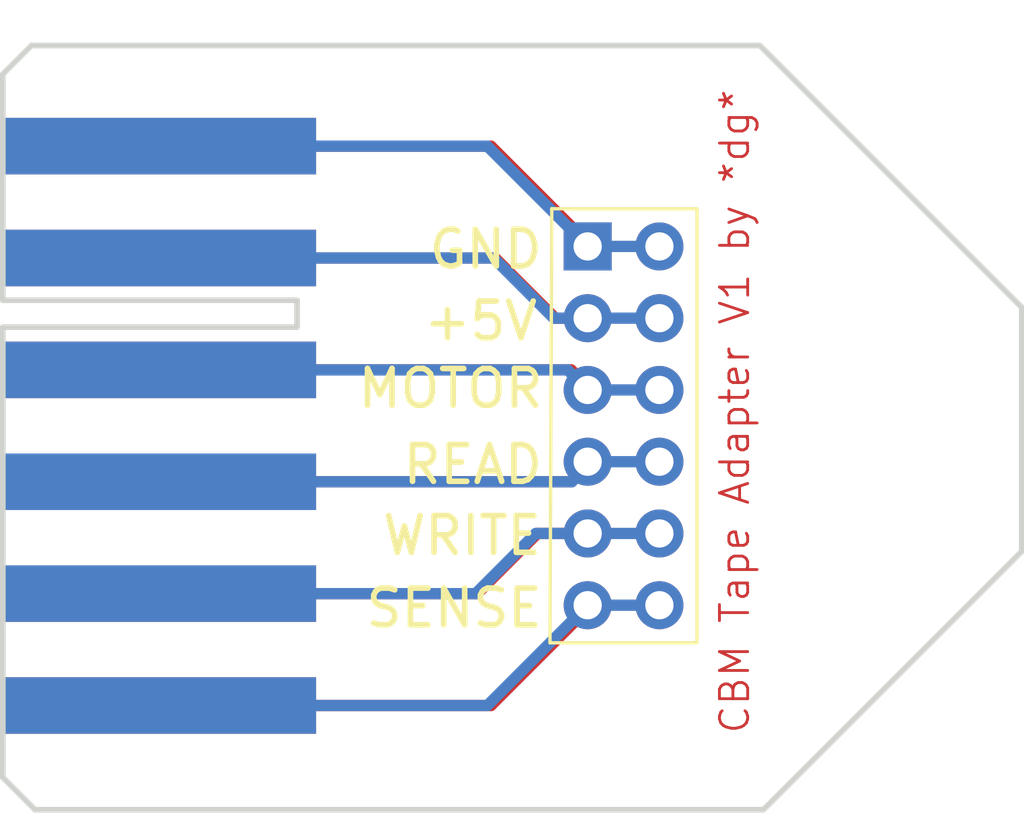
<source format=kicad_pcb>
(kicad_pcb (version 4) (host pcbnew 4.0.7)

  (general
    (links 18)
    (no_connects 0)
    (area 121.311999 84.862999 157.580001 112.114001)
    (thickness 1.6)
    (drawings 21)
    (tracks 35)
    (zones 0)
    (modules 6)
    (nets 7)
  )

  (page A4)
  (layers
    (0 F.Cu signal)
    (31 B.Cu signal)
    (32 B.Adhes user hide)
    (33 F.Adhes user hide)
    (34 B.Paste user hide)
    (35 F.Paste user hide)
    (36 B.SilkS user hide)
    (37 F.SilkS user)
    (38 B.Mask user)
    (39 F.Mask user)
    (40 Dwgs.User user hide)
    (41 Cmts.User user hide)
    (42 Eco1.User user hide)
    (43 Eco2.User user hide)
    (44 Edge.Cuts user)
    (45 Margin user hide)
    (46 B.CrtYd user hide)
    (47 F.CrtYd user hide)
    (48 B.Fab user hide)
    (49 F.Fab user hide)
  )

  (setup
    (last_trace_width 0.4)
    (trace_clearance 0.2)
    (zone_clearance 0.508)
    (zone_45_only no)
    (trace_min 0.2)
    (segment_width 0.2)
    (edge_width 0.2)
    (via_size 0.6)
    (via_drill 0.4)
    (via_min_size 0.4)
    (via_min_drill 0.3)
    (uvia_size 0.3)
    (uvia_drill 0.1)
    (uvias_allowed no)
    (uvia_min_size 0.2)
    (uvia_min_drill 0.1)
    (pcb_text_width 0.3)
    (pcb_text_size 1.5 1.5)
    (mod_edge_width 0.15)
    (mod_text_size 1 1)
    (mod_text_width 0.15)
    (pad_size 1.524 1.524)
    (pad_drill 0.762)
    (pad_to_mask_clearance 0.2)
    (aux_axis_origin 0 0)
    (visible_elements 7FFFFFFF)
    (pcbplotparams
      (layerselection 0x00030_80000001)
      (usegerberextensions false)
      (excludeedgelayer true)
      (linewidth 0.100000)
      (plotframeref false)
      (viasonmask false)
      (mode 1)
      (useauxorigin false)
      (hpglpennumber 1)
      (hpglpenspeed 20)
      (hpglpendiameter 15)
      (hpglpenoverlay 2)
      (psnegative false)
      (psa4output false)
      (plotreference true)
      (plotvalue true)
      (plotinvisibletext false)
      (padsonsilk false)
      (subtractmaskfromsilk false)
      (outputformat 1)
      (mirror false)
      (drillshape 1)
      (scaleselection 1)
      (outputdirectory ""))
  )

  (net 0 "")
  (net 1 "Net-(J1-Pad1)")
  (net 2 "Net-(J1-Pad6)")
  (net 3 "Net-(J1-Pad5)")
  (net 4 "Net-(J1-Pad4)")
  (net 5 "Net-(J1-Pad3)")
  (net 6 "Net-(J1-Pad2)")

  (net_class Default "This is the default net class."
    (clearance 0.2)
    (trace_width 0.4)
    (via_dia 0.6)
    (via_drill 0.4)
    (uvia_dia 0.3)
    (uvia_drill 0.1)
    (add_net "Net-(J1-Pad1)")
    (add_net "Net-(J1-Pad2)")
    (add_net "Net-(J1-Pad3)")
    (add_net "Net-(J1-Pad4)")
    (add_net "Net-(J1-Pad5)")
    (add_net "Net-(J1-Pad6)")
  )

  (module Mounting_Holes:MountingHole_3.2mm_M3_DIN965 (layer F.Cu) (tedit 5B2BB7ED) (tstamp 5B2BD3F8)
    (at 143.51 87.63)
    (descr "Mounting Hole 3.2mm, no annular, M3, DIN965")
    (tags "mounting hole 3.2mm no annular m3 din965")
    (attr virtual)
    (fp_text reference "" (at 0 -3.8) (layer F.SilkS)
      (effects (font (size 1 1) (thickness 0.15)))
    )
    (fp_text value "" (at 0 3.8) (layer F.Fab)
      (effects (font (size 1 1) (thickness 0.15)))
    )
    (fp_text user %R (at 0.3 0) (layer F.Fab)
      (effects (font (size 1 1) (thickness 0.15)))
    )
    (fp_circle (center 0 0) (end 2.8 0) (layer Cmts.User) (width 0.15))
    (fp_circle (center 0 0) (end 3.05 0) (layer F.CrtYd) (width 0.05))
    (pad 1 np_thru_hole circle (at 0 0) (size 3.2 3.2) (drill 3.2) (layers *.Cu *.Mask))
  )

  (module Mounting_Holes:MountingHole_3.2mm_M3_DIN965 (layer F.Cu) (tedit 5B2BB8A4) (tstamp 5B2BD42F)
    (at 143.51 109.2454)
    (descr "Mounting Hole 3.2mm, no annular, M3, DIN965")
    (tags "mounting hole 3.2mm no annular m3 din965")
    (attr virtual)
    (fp_text reference "" (at 0 -3.8) (layer F.SilkS)
      (effects (font (size 1 1) (thickness 0.15)))
    )
    (fp_text value "" (at 0 3.8) (layer F.Fab)
      (effects (font (size 1 1) (thickness 0.15)))
    )
    (fp_text user %R (at 0.3 0) (layer F.Fab)
      (effects (font (size 1 1) (thickness 0.15)))
    )
    (fp_circle (center 0 0) (end 2.8 0) (layer Cmts.User) (width 0.15))
    (fp_circle (center 0 0) (end 3.05 0) (layer F.CrtYd) (width 0.05))
    (pad 1 np_thru_hole circle (at 0 0) (size 3.2 3.2) (drill 3.2) (layers *.Cu *.Mask))
  )

  (module Mounting_Holes:MountingHole_3.2mm_M3_DIN965 (layer F.Cu) (tedit 5B2BB957) (tstamp 5B2BD433)
    (at 153.797 94.615)
    (descr "Mounting Hole 3.2mm, no annular, M3, DIN965")
    (tags "mounting hole 3.2mm no annular m3 din965")
    (attr virtual)
    (fp_text reference "" (at 0 -3.8) (layer F.SilkS)
      (effects (font (size 1 1) (thickness 0.15)))
    )
    (fp_text value "" (at 0 3.8) (layer F.Fab)
      (effects (font (size 1 1) (thickness 0.15)))
    )
    (fp_text user %R (at 0.3 0) (layer F.Fab)
      (effects (font (size 1 1) (thickness 0.15)))
    )
    (fp_circle (center 0 0) (end 2.8 0) (layer Cmts.User) (width 0.15))
    (fp_circle (center 0 0) (end 3.05 0) (layer F.CrtYd) (width 0.05))
    (pad 1 np_thru_hole circle (at 0 0) (size 3.2 3.2) (drill 3.2) (layers *.Cu *.Mask))
  )

  (module Mounting_Holes:MountingHole_3.2mm_M3_DIN965 (layer F.Cu) (tedit 5B2BB953) (tstamp 5B2BD434)
    (at 153.797 102.235)
    (descr "Mounting Hole 3.2mm, no annular, M3, DIN965")
    (tags "mounting hole 3.2mm no annular m3 din965")
    (attr virtual)
    (fp_text reference "" (at 0 -3.8) (layer F.SilkS)
      (effects (font (size 1 1) (thickness 0.15)))
    )
    (fp_text value "" (at 0 3.8) (layer F.Fab)
      (effects (font (size 1 1) (thickness 0.15)))
    )
    (fp_text user %R (at 0.3 0) (layer F.Fab)
      (effects (font (size 1 1) (thickness 0.15)))
    )
    (fp_circle (center 0 0) (end 2.8 0) (layer Cmts.User) (width 0.15))
    (fp_circle (center 0 0) (end 3.05 0) (layer F.CrtYd) (width 0.05))
    (pad 1 np_thru_hole circle (at 0 0) (size 3.2 3.2) (drill 3.2) (layers *.Cu *.Mask))
  )

  (module dg:CBM_Edge_2x6_3_96mm (layer F.Cu) (tedit 5B2BC3D6) (tstamp 5B2BD4B8)
    (at 127 98.425)
    (path /5B2BB093)
    (fp_text reference "" (at -3.3758 -14.8094) (layer F.SilkS)
      (effects (font (size 1 1) (thickness 0.15)))
    )
    (fp_text value "" (at 2.7202 15.6452) (layer F.Fab)
      (effects (font (size 1 1) (thickness 0.15)))
    )
    (fp_line (start -5.6 12.5) (end -4.6 13.5) (layer B.CrtYd) (width 0.15))
    (fp_line (start -4.6 -13.5) (end -5.6 -12.5) (layer B.CrtYd) (width 0.15))
    (fp_line (start -4.6 13.5) (end 5.4 13.5) (layer B.CrtYd) (width 0.15))
    (fp_line (start -4.6 -13.5) (end 5.4 -13.5) (layer B.CrtYd) (width 0.15))
    (fp_line (start -5.6 -12.5) (end -5.6 12.5) (layer B.CrtYd) (width 0.15))
    (pad F connect rect (at 0 9.9) (size 11 2) (layers B.Cu B.Mask)
      (net 2 "Net-(J1-Pad6)"))
    (pad E connect rect (at 0 5.94) (size 11 2) (layers B.Cu B.Mask)
      (net 3 "Net-(J1-Pad5)"))
    (pad D connect rect (at 0 1.98) (size 11 2) (layers B.Cu B.Mask)
      (net 4 "Net-(J1-Pad4)"))
    (pad C connect rect (at 0 -1.98) (size 11 2) (layers B.Cu B.Mask)
      (net 5 "Net-(J1-Pad3)"))
    (pad B connect rect (at 0 -5.94) (size 11 2) (layers *.Mask B.Cu)
      (net 6 "Net-(J1-Pad2)"))
    (pad A connect rect (at 0 -9.9) (size 11 2) (layers *.Mask B.Cu)
      (net 1 "Net-(J1-Pad1)"))
    (pad 1 connect rect (at 0 -9.9) (size 11 2) (layers F.Cu F.Mask)
      (net 1 "Net-(J1-Pad1)"))
    (pad 6 connect rect (at 0 9.9) (size 11 2) (layers F.Cu F.Mask)
      (net 2 "Net-(J1-Pad6)"))
    (pad 5 connect rect (at 0 5.94) (size 11 2) (layers F.Cu F.Mask)
      (net 3 "Net-(J1-Pad5)"))
    (pad 4 connect rect (at 0 1.98) (size 11 2) (layers F.Cu F.Mask)
      (net 4 "Net-(J1-Pad4)"))
    (pad 3 connect rect (at 0 -1.98) (size 11 2) (layers F.Cu F.Mask)
      (net 5 "Net-(J1-Pad3)"))
    (pad 2 connect rect (at 0 -5.94) (size 11 2) (layers F.Cu F.Mask)
      (net 6 "Net-(J1-Pad2)"))
  )

  (module dg:Pin_Header_Straight_2x06_Pitch2.54mm_CBM_Tape_Pinheader (layer F.Cu) (tedit 5B2BC3DD) (tstamp 5B2BD4D6)
    (at 142.113 92.075)
    (descr "Through hole straight pin header, 2x06, 2.54mm pitch, double rows")
    (tags "Through hole pin header THT 2x06 2.54mm double row")
    (path /5B2BB0E0)
    (fp_text reference "" (at 1.27 -2.33) (layer F.SilkS)
      (effects (font (size 1 1) (thickness 0.15)))
    )
    (fp_text value "" (at 1.27 15.03) (layer F.Fab) hide
      (effects (font (size 1 1) (thickness 0.15)))
    )
    (fp_line (start 3.8735 -1.3335) (end -1.27 -1.3335) (layer F.SilkS) (width 0.12))
    (fp_line (start -1.27 -1.3335) (end -1.3335 14.0335) (layer F.SilkS) (width 0.12))
    (fp_line (start 0 -1.27) (end 3.81 -1.27) (layer F.Fab) (width 0.1))
    (fp_line (start 3.81 -1.27) (end 3.81 13.97) (layer F.Fab) (width 0.1))
    (fp_line (start 3.81 13.97) (end -1.27 13.97) (layer F.Fab) (width 0.1))
    (fp_line (start -1.27 13.97) (end -1.27 0) (layer F.Fab) (width 0.1))
    (fp_line (start -1.27 0) (end 0 -1.27) (layer F.Fab) (width 0.1))
    (fp_line (start -1.33 14.03) (end 3.87 14.03) (layer F.SilkS) (width 0.12))
    (fp_line (start 3.87 -1.33) (end 3.87 14.03) (layer F.SilkS) (width 0.12))
    (fp_line (start -1.8 -1.8) (end -1.8 14.5) (layer F.CrtYd) (width 0.05))
    (fp_line (start -1.8 14.5) (end 4.35 14.5) (layer F.CrtYd) (width 0.05))
    (fp_line (start 4.35 14.5) (end 4.35 -1.8) (layer F.CrtYd) (width 0.05))
    (fp_line (start 4.35 -1.8) (end -1.8 -1.8) (layer F.CrtYd) (width 0.05))
    (fp_text user %R (at 1.27 6.35 90) (layer F.Fab)
      (effects (font (size 1 1) (thickness 0.15)))
    )
    (pad 1 thru_hole rect (at 0 0) (size 1.7 1.7) (drill 1) (layers *.Cu *.Mask)
      (net 1 "Net-(J1-Pad1)"))
    (pad A thru_hole oval (at 2.54 0) (size 1.7 1.7) (drill 1) (layers *.Cu *.Mask)
      (net 1 "Net-(J1-Pad1)"))
    (pad 2 thru_hole oval (at 0 2.54) (size 1.7 1.7) (drill 1) (layers *.Cu *.Mask)
      (net 6 "Net-(J1-Pad2)"))
    (pad B thru_hole oval (at 2.54 2.54) (size 1.7 1.7) (drill 1) (layers *.Cu *.Mask)
      (net 6 "Net-(J1-Pad2)"))
    (pad 3 thru_hole oval (at 0 5.08) (size 1.7 1.7) (drill 1) (layers *.Cu *.Mask)
      (net 5 "Net-(J1-Pad3)"))
    (pad C thru_hole oval (at 2.54 5.08) (size 1.7 1.7) (drill 1) (layers *.Cu *.Mask)
      (net 5 "Net-(J1-Pad3)"))
    (pad 4 thru_hole oval (at 0 7.62) (size 1.7 1.7) (drill 1) (layers *.Cu *.Mask)
      (net 4 "Net-(J1-Pad4)"))
    (pad D thru_hole oval (at 2.54 7.62) (size 1.7 1.7) (drill 1) (layers *.Cu *.Mask)
      (net 4 "Net-(J1-Pad4)"))
    (pad 5 thru_hole oval (at 0 10.16) (size 1.7 1.7) (drill 1) (layers *.Cu *.Mask)
      (net 3 "Net-(J1-Pad5)"))
    (pad E thru_hole oval (at 2.54 10.16) (size 1.7 1.7) (drill 1) (layers *.Cu *.Mask)
      (net 3 "Net-(J1-Pad5)"))
    (pad 6 thru_hole oval (at 0 12.7) (size 1.7 1.7) (drill 1) (layers *.Cu *.Mask)
      (net 2 "Net-(J1-Pad6)"))
    (pad F thru_hole oval (at 2.54 12.7) (size 1.7 1.7) (drill 1) (layers *.Cu *.Mask)
      (net 2 "Net-(J1-Pad6)"))
    (model ${KISYS3DMOD}/Pin_Headers.3dshapes/Pin_Header_Straight_2x06_Pitch2.54mm.wrl
      (at (xyz 0 0 0))
      (scale (xyz 1 1 1))
      (rotate (xyz 0 0 0))
    )
  )

  (gr_text "CBM Tape Adapter V1 by *dg*" (at 147.32 97.917 90) (layer F.Cu)
    (effects (font (size 1 1) (thickness 0.1)))
  )
  (gr_line (start 121.412 94.9325) (end 121.412 110.871) (angle 90) (layer Edge.Cuts) (width 0.2))
  (gr_line (start 121.412 85.979) (end 121.412 93.98) (angle 90) (layer Edge.Cuts) (width 0.2))
  (gr_line (start 131.826 93.98) (end 131.826 94.9325) (angle 90) (layer Edge.Cuts) (width 0.2))
  (gr_line (start 131.826 94.9325) (end 121.412 94.9325) (angle 90) (layer Edge.Cuts) (width 0.2))
  (gr_line (start 121.412 93.98) (end 131.826 93.98) (angle 90) (layer Edge.Cuts) (width 0.2))
  (gr_line (start 122.555 84.963) (end 122.428 84.963) (angle 90) (layer Edge.Cuts) (width 0.2))
  (gr_line (start 157.48 94.234) (end 157.48 102.87) (angle 90) (layer Edge.Cuts) (width 0.2))
  (gr_line (start 148.209 84.963) (end 157.48 94.234) (angle 90) (layer Edge.Cuts) (width 0.2))
  (gr_line (start 122.555 84.963) (end 148.209 84.963) (angle 90) (layer Edge.Cuts) (width 0.2))
  (gr_line (start 148.336 112.014) (end 157.48 102.87) (angle 90) (layer Edge.Cuts) (width 0.2))
  (gr_line (start 122.555 112.014) (end 148.336 112.014) (angle 90) (layer Edge.Cuts) (width 0.2))
  (gr_line (start 122.428 84.963) (end 121.412 85.979) (angle 90) (layer Edge.Cuts) (width 0.2))
  (gr_line (start 122.301 111.76) (end 122.555 112.014) (angle 90) (layer Edge.Cuts) (width 0.2))
  (gr_line (start 121.412 110.871) (end 122.301 111.76) (angle 90) (layer Edge.Cuts) (width 0.2))
  (gr_text SENSE (at 137.3886 104.8766) (layer F.SilkS)
    (effects (font (size 1.3 1.3) (thickness 0.2)))
  )
  (gr_text WRITE (at 137.668 102.3112) (layer F.SilkS)
    (effects (font (size 1.3 1.3) (thickness 0.2)))
  )
  (gr_text READ (at 138.049 99.7966) (layer F.SilkS)
    (effects (font (size 1.3 1.3) (thickness 0.2)))
  )
  (gr_text MOTOR (at 137.2616 97.1042) (layer F.SilkS)
    (effects (font (size 1.3 1.3) (thickness 0.2)))
  )
  (gr_text +5V (at 138.3284 94.7166) (layer F.SilkS)
    (effects (font (size 1.3 1.3) (thickness 0.2)))
  )
  (gr_text GND (at 138.5062 92.1766) (layer F.SilkS)
    (effects (font (size 1.3 1.3) (thickness 0.2)))
  )

  (segment (start 142.113 92.075) (end 144.653 92.075) (width 0.4) (layer B.Cu) (net 1))
  (segment (start 127 88.525) (end 138.563 88.525) (width 0.4) (layer B.Cu) (net 1))
  (segment (start 138.563 88.525) (end 142.113 92.075) (width 0.4) (layer B.Cu) (net 1) (tstamp 5B2BD571))
  (segment (start 127 88.525) (end 138.69 88.525) (width 0.4) (layer F.Cu) (net 1) (status 10))
  (segment (start 138.69 88.525) (end 142.24 92.075) (width 0.4) (layer F.Cu) (net 1) (tstamp 5B2BD0D1) (status 20))
  (segment (start 142.113 104.775) (end 144.653 104.775) (width 0.4) (layer B.Cu) (net 2))
  (segment (start 127 108.325) (end 138.563 108.325) (width 0.4) (layer B.Cu) (net 2))
  (segment (start 138.563 108.325) (end 142.113 104.775) (width 0.4) (layer B.Cu) (net 2) (tstamp 5B2BD57B))
  (segment (start 127 108.325) (end 138.69 108.325) (width 0.4) (layer F.Cu) (net 2) (status 10))
  (segment (start 138.69 108.325) (end 142.24 104.775) (width 0.4) (layer F.Cu) (net 2) (tstamp 5B2BD0E6) (status 20))
  (segment (start 142.113 102.235) (end 144.653 102.235) (width 0.4) (layer B.Cu) (net 3))
  (segment (start 127 104.365) (end 138.147 104.365) (width 0.4) (layer B.Cu) (net 3))
  (segment (start 140.277 102.235) (end 142.113 102.235) (width 0.4) (layer B.Cu) (net 3) (tstamp 5B2BD577))
  (segment (start 138.147 104.365) (end 140.277 102.235) (width 0.4) (layer B.Cu) (net 3) (tstamp 5B2BD576))
  (segment (start 127 104.365) (end 138.205 104.365) (width 0.4) (layer F.Cu) (net 3) (status 10))
  (segment (start 140.335 102.235) (end 142.24 102.235) (width 0.4) (layer F.Cu) (net 3) (tstamp 5B2BD0E2) (status 20))
  (segment (start 138.205 104.365) (end 140.335 102.235) (width 0.4) (layer F.Cu) (net 3) (tstamp 5B2BD0E0))
  (segment (start 142.113 99.695) (end 144.653 99.695) (width 0.4) (layer B.Cu) (net 4))
  (segment (start 127 100.405) (end 141.553 100.405) (width 0.4) (layer B.Cu) (net 4))
  (segment (start 141.553 100.405) (end 142.113 99.845) (width 0.4) (layer B.Cu) (net 4) (tstamp 5B2BD563))
  (segment (start 142.113 99.845) (end 142.113 99.695) (width 0.4) (layer B.Cu) (net 4) (tstamp 5B2BD564))
  (segment (start 127 100.405) (end 141.53 100.405) (width 0.4) (layer F.Cu) (net 4) (status 10))
  (segment (start 141.53 100.405) (end 142.24 99.695) (width 0.4) (layer F.Cu) (net 4) (tstamp 5B2BD0DD) (status 20))
  (segment (start 142.113 97.155) (end 144.653 97.155) (width 0.4) (layer B.Cu) (net 5))
  (segment (start 127 96.445) (end 141.403 96.445) (width 0.4) (layer B.Cu) (net 5))
  (segment (start 141.403 96.445) (end 142.113 97.155) (width 0.4) (layer B.Cu) (net 5) (tstamp 5B2BD568))
  (segment (start 127 96.445) (end 141.53 96.445) (width 0.4) (layer F.Cu) (net 5) (status 10))
  (segment (start 141.53 96.445) (end 142.24 97.155) (width 0.4) (layer F.Cu) (net 5) (tstamp 5B2BD0DA) (status 20))
  (segment (start 142.113 94.615) (end 144.653 94.615) (width 0.4) (layer B.Cu) (net 6))
  (segment (start 127 92.485) (end 138.782 92.485) (width 0.4) (layer B.Cu) (net 6))
  (segment (start 140.912 94.615) (end 142.113 94.615) (width 0.4) (layer B.Cu) (net 6) (tstamp 5B2BD56D))
  (segment (start 138.782 92.485) (end 140.912 94.615) (width 0.4) (layer B.Cu) (net 6) (tstamp 5B2BD56C))
  (segment (start 127 92.485) (end 138.84 92.485) (width 0.4) (layer F.Cu) (net 6) (status 10))
  (segment (start 140.97 94.615) (end 142.24 94.615) (width 0.4) (layer F.Cu) (net 6) (tstamp 5B2BD0D6) (status 20))
  (segment (start 138.84 92.485) (end 140.97 94.615) (width 0.4) (layer F.Cu) (net 6) (tstamp 5B2BD0D5))

)

</source>
